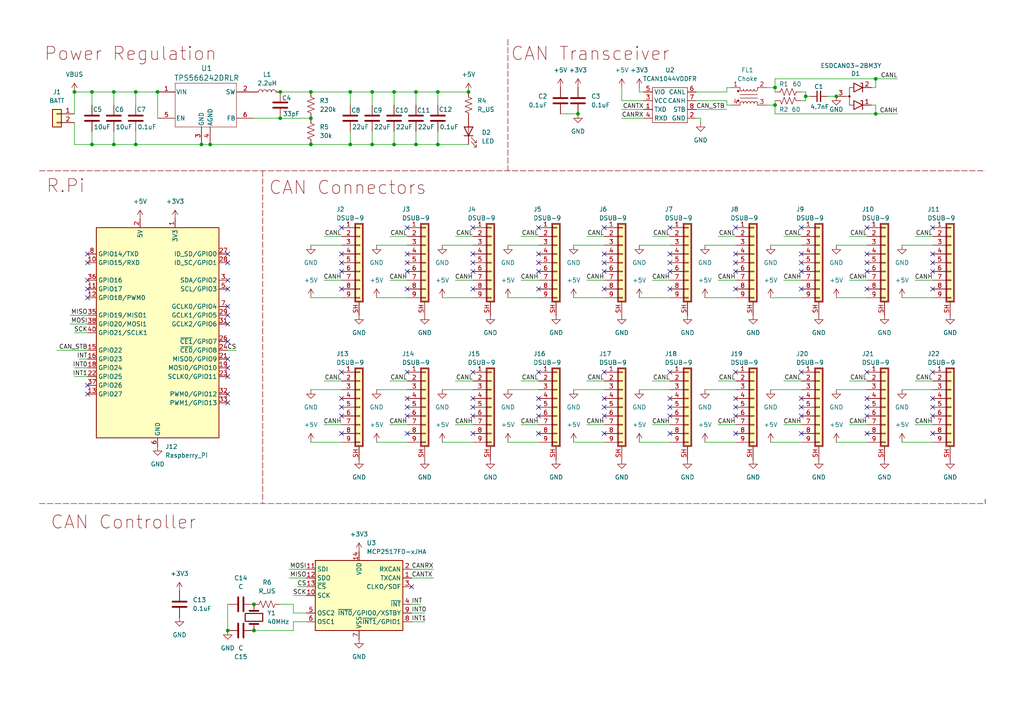
<source format=kicad_sch>
(kicad_sch (version 20231120) (generator "eeschema") (generator_version "8.0")
  (paper "A4")
  (title_block (title "CAN Backplane") (rev "v1") (company "Slugbotics") (comment 1 "::<>"))
  (junction (at 81.28 26.67))
  (junction (at 26.67 26.67))
  (junction (at 39.37 26.67))
  (junction (at 224.79 30.48))
  (junction (at 242.57 27.94))
  (junction (at 26.67 41.91))
  (junction (at 81.28 34.29))
  (junction (at 90.17 26.67))
  (junction (at 60.96 41.91))
  (junction (at 233.68 27.94))
  (junction (at 101.6 26.67))
  (junction (at 107.95 41.91))
  (junction (at 58.42 41.91))
  (junction (at 120.65 41.91))
  (junction (at 254 22.86))
  (junction (at 45.72 26.67))
  (junction (at 114.3 41.91))
  (junction (at 127 26.67))
  (junction (at 114.3 26.67))
  (junction (at 39.37 41.91))
  (junction (at 73.66 175.26))
  (junction (at 90.17 34.29))
  (junction (at 66.04 182.88))
  (junction (at 33.02 41.91))
  (junction (at 135.89 26.67))
  (junction (at 101.6 41.91))
  (junction (at 167.64 33.02))
  (junction (at 107.95 26.67))
  (junction (at 73.66 182.88))
  (junction (at 127 41.91))
  (junction (at 90.17 41.91))
  (junction (at 120.65 26.67))
  (junction (at 254 33.02))
  (junction (at 33.02 26.67))
  (junction (at 21.59 26.67))
  (junction (at 224.79 25.4))
  (no_connect (at 137.16 125.73))
  (no_connect (at 99.06 120.65))
  (no_connect (at 66.04 76.2))
  (no_connect (at 194.31 115.57))
  (no_connect (at 270.51 76.2))
  (no_connect (at 194.31 73.66))
  (no_connect (at 25.4 111.76))
  (no_connect (at 213.36 78.74))
  (no_connect (at 156.21 118.11))
  (no_connect (at 137.16 66.04))
  (no_connect (at 66.04 93.98))
  (no_connect (at 194.31 120.65))
  (no_connect (at 25.4 114.3))
  (no_connect (at 66.04 106.68))
  (no_connect (at 270.51 78.74))
  (no_connect (at 137.16 118.11))
  (no_connect (at 99.06 66.04))
  (no_connect (at 251.46 118.11))
  (no_connect (at 232.41 125.73))
  (no_connect (at 118.11 83.82))
  (no_connect (at 156.21 120.65))
  (no_connect (at 156.21 76.2))
  (no_connect (at 118.11 118.11))
  (no_connect (at 251.46 115.57))
  (no_connect (at 66.04 81.28))
  (no_connect (at 175.26 78.74))
  (no_connect (at 156.21 107.95))
  (no_connect (at 99.06 76.2))
  (no_connect (at 232.41 78.74))
  (no_connect (at 175.26 115.57))
  (no_connect (at 251.46 83.82))
  (no_connect (at 66.04 88.9))
  (no_connect (at 175.26 107.95))
  (no_connect (at 213.36 125.73))
  (no_connect (at 213.36 118.11))
  (no_connect (at 213.36 107.95))
  (no_connect (at 66.04 109.22))
  (no_connect (at 232.41 120.65))
  (no_connect (at 99.06 115.57))
  (no_connect (at 66.04 114.3))
  (no_connect (at 251.46 107.95))
  (no_connect (at 194.31 66.04))
  (no_connect (at 25.4 76.2))
  (no_connect (at 137.16 83.82))
  (no_connect (at 25.4 73.66))
  (no_connect (at 232.41 115.57))
  (no_connect (at 232.41 76.2))
  (no_connect (at 232.41 118.11))
  (no_connect (at 156.21 115.57))
  (no_connect (at 251.46 66.04))
  (no_connect (at 175.26 125.73))
  (no_connect (at 194.31 76.2))
  (no_connect (at 66.04 99.06))
  (no_connect (at 175.26 66.04))
  (no_connect (at 99.06 78.74))
  (no_connect (at 270.51 107.95))
  (no_connect (at 25.4 81.28))
  (no_connect (at 232.41 73.66))
  (no_connect (at 156.21 73.66))
  (no_connect (at 118.11 66.04))
  (no_connect (at 25.4 83.82))
  (no_connect (at 156.21 125.73))
  (no_connect (at 118.11 76.2))
  (no_connect (at 175.26 73.66))
  (no_connect (at 270.51 83.82))
  (no_connect (at 194.31 107.95))
  (no_connect (at 137.16 120.65))
  (no_connect (at 156.21 78.74))
  (no_connect (at 118.11 78.74))
  (no_connect (at 25.4 86.36))
  (no_connect (at 66.04 116.84))
  (no_connect (at 251.46 78.74))
  (no_connect (at 251.46 120.65))
  (no_connect (at 213.36 66.04))
  (no_connect (at 194.31 118.11))
  (no_connect (at 118.11 107.95))
  (no_connect (at 270.51 66.04))
  (no_connect (at 119.38 170.18))
  (no_connect (at 137.16 73.66))
  (no_connect (at 66.04 91.44))
  (no_connect (at 137.16 115.57))
  (no_connect (at 175.26 118.11))
  (no_connect (at 251.46 76.2))
  (no_connect (at 99.06 118.11))
  (no_connect (at 270.51 120.65))
  (no_connect (at 232.41 107.95))
  (no_connect (at 213.36 76.2))
  (no_connect (at 194.31 125.73))
  (no_connect (at 99.06 83.82))
  (no_connect (at 270.51 118.11))
  (no_connect (at 213.36 73.66))
  (no_connect (at 66.04 104.14))
  (no_connect (at 251.46 73.66))
  (no_connect (at 156.21 66.04))
  (no_connect (at 137.16 107.95))
  (no_connect (at 213.36 120.65))
  (no_connect (at 156.21 83.82))
  (no_connect (at 99.06 125.73))
  (no_connect (at 175.26 76.2))
  (no_connect (at 175.26 120.65))
  (no_connect (at 66.04 73.66))
  (no_connect (at 118.11 125.73))
  (no_connect (at 213.36 115.57))
  (no_connect (at 194.31 78.74))
  (no_connect (at 213.36 83.82))
  (no_connect (at 137.16 78.74))
  (no_connect (at 137.16 76.2))
  (no_connect (at 251.46 125.73))
  (no_connect (at 194.31 83.82))
  (no_connect (at 270.51 115.57))
  (no_connect (at 175.26 83.82))
  (no_connect (at 118.11 120.65))
  (no_connect (at 99.06 73.66))
  (no_connect (at 118.11 115.57))
  (no_connect (at 118.11 73.66))
  (no_connect (at 99.06 107.95))
  (no_connect (at 270.51 125.73))
  (no_connect (at 66.04 83.82))
  (no_connect (at 270.51 73.66))
  (no_connect (at 232.41 83.82))
  (no_connect (at 232.41 66.04))
  (wire (pts (xy 208.28 123.19) (xy 213.36 123.19)))
  (wire (pts (xy 246.38 123.19) (xy 251.46 123.19)))
  (wire (pts (xy 132.08 123.19) (xy 137.16 123.19)))
  (wire (pts (xy 242.57 86.36) (xy 251.46 86.36)))
  (wire (pts (xy 39.37 30.48) (xy 39.37 26.67)))
  (polyline (pts (xy 11.43 146.05) (xy 285.75 146.05)) (stroke (width 0) (type dash) (color 132 0 0 1)))
  (wire (pts (xy 81.28 34.29) (xy 90.17 34.29)))
  (wire (pts (xy 114.3 26.67) (xy 114.3 30.48)))
  (wire (pts (xy 107.95 26.67) (xy 107.95 30.48)))
  (wire (pts (xy 265.43 110.49) (xy 270.51 110.49)))
  (wire (pts (xy 119.38 165.1) (xy 125.73 165.1)))
  (wire (pts (xy 147.32 71.12) (xy 156.21 71.12)))
  (wire (pts (xy 189.23 110.49) (xy 194.31 110.49)))
  (wire (pts (xy 21.59 41.91) (xy 26.67 41.91)))
  (wire (pts (xy 265.43 123.19) (xy 270.51 123.19)))
  (wire (pts (xy 101.6 41.91) (xy 107.95 41.91)))
  (wire (pts (xy 201.93 26.67) (xy 210.82 26.67)))
  (wire (pts (xy 45.72 26.67) (xy 45.72 34.29)))
  (wire (pts (xy 254 33.02) (xy 260.35 33.02)))
  (wire (pts (xy 21.59 35.56) (xy 21.59 41.91)))
  (wire (pts (xy 223.52 71.12) (xy 232.41 71.12)))
  (wire (pts (xy 208.28 110.49) (xy 213.36 110.49)))
  (wire (pts (xy 109.22 113.03) (xy 118.11 113.03)))
  (wire (pts (xy 58.42 41.91) (xy 60.96 41.91)))
  (wire (pts (xy 127 41.91) (xy 127 38.1)))
  (wire (pts (xy 223.52 113.03) (xy 232.41 113.03)))
  (wire (pts (xy 119.38 177.8) (xy 123.19 177.8)))
  (wire (pts (xy 170.18 110.49) (xy 175.26 110.49)))
  (wire (pts (xy 93.98 68.58) (xy 99.06 68.58)))
  (wire (pts (xy 26.67 41.91) (xy 33.02 41.91)))
  (wire (pts (xy 233.68 27.94) (xy 234.95 27.94)))
  (wire (pts (xy 252.73 30.48) (xy 254 30.48)))
  (wire (pts (xy 132.08 81.28) (xy 137.16 81.28)))
  (wire (pts (xy 254 25.4) (xy 254 22.86)))
  (wire (pts (xy 120.65 26.67) (xy 120.65 30.48)))
  (wire (pts (xy 85.09 180.34) (xy 88.9 180.34)))
  (wire (pts (xy 208.28 81.28) (xy 213.36 81.28)))
  (wire (pts (xy 33.02 26.67) (xy 39.37 26.67)))
  (wire (pts (xy 90.17 113.03) (xy 99.06 113.03)))
  (wire (pts (xy 224.79 22.86) (xy 254 22.86)))
  (wire (pts (xy 151.13 110.49) (xy 156.21 110.49)))
  (wire (pts (xy 224.79 33.02) (xy 254 33.02)))
  (wire (pts (xy 252.73 25.4) (xy 254 25.4)))
  (wire (pts (xy 127 41.91) (xy 135.89 41.91)))
  (wire (pts (xy 201.93 31.75) (xy 210.82 31.75)))
  (wire (pts (xy 242.57 113.03) (xy 251.46 113.03)))
  (wire (pts (xy 246.38 110.49) (xy 251.46 110.49)))
  (wire (pts (xy 93.98 81.28) (xy 99.06 81.28)))
  (wire (pts (xy 189.23 68.58) (xy 194.31 68.58)))
  (wire (pts (xy 222.25 30.48) (xy 224.79 30.48)))
  (wire (pts (xy 16.51 101.6) (xy 25.4 101.6)))
  (wire (pts (xy 189.23 81.28) (xy 194.31 81.28)))
  (wire (pts (xy 107.95 26.67) (xy 114.3 26.67)))
  (wire (pts (xy 240.03 27.94) (xy 242.57 27.94)))
  (wire (pts (xy 114.3 38.1) (xy 114.3 41.91)))
  (wire (pts (xy 147.32 86.36) (xy 156.21 86.36)))
  (wire (pts (xy 26.67 26.67) (xy 33.02 26.67)))
  (wire (pts (xy 222.25 25.4) (xy 224.79 25.4)))
  (wire (pts (xy 224.79 30.48) (xy 224.79 33.02)))
  (wire (pts (xy 261.62 71.12) (xy 270.51 71.12)))
  (wire (pts (xy 73.66 34.29) (xy 81.28 34.29)))
  (wire (pts (xy 232.41 29.21) (xy 233.68 29.21)))
  (wire (pts (xy 224.79 25.4) (xy 224.79 26.67)))
  (wire (pts (xy 39.37 26.67) (xy 45.72 26.67)))
  (wire (pts (xy 128.27 128.27) (xy 137.16 128.27)))
  (wire (pts (xy 227.33 68.58) (xy 232.41 68.58)))
  (wire (pts (xy 151.13 68.58) (xy 156.21 68.58)))
  (wire (pts (xy 85.09 172.72) (xy 88.9 172.72)))
  (wire (pts (xy 93.98 110.49) (xy 99.06 110.49)))
  (wire (pts (xy 223.52 128.27) (xy 232.41 128.27)))
  (wire (pts (xy 224.79 25.4) (xy 224.79 22.86)))
  (wire (pts (xy 242.57 71.12) (xy 251.46 71.12)))
  (wire (pts (xy 101.6 26.67) (xy 107.95 26.67)))
  (wire (pts (xy 113.03 81.28) (xy 118.11 81.28)))
  (wire (pts (xy 170.18 123.19) (xy 175.26 123.19)))
  (wire (pts (xy 90.17 128.27) (xy 99.06 128.27)))
  (wire (pts (xy 232.41 26.67) (xy 233.68 26.67)))
  (wire (pts (xy 203.2 34.29) (xy 201.93 34.29)))
  (wire (pts (xy 60.96 41.91) (xy 90.17 41.91)))
  (wire (pts (xy 210.82 25.4) (xy 212.09 25.4)))
  (wire (pts (xy 180.34 29.21) (xy 180.34 25.4)))
  (wire (pts (xy 85.09 182.88) (xy 85.09 180.34)))
  (wire (pts (xy 107.95 38.1) (xy 107.95 41.91)))
  (wire (pts (xy 166.37 71.12) (xy 175.26 71.12)))
  (wire (pts (xy 101.6 26.67) (xy 90.17 26.67)))
  (wire (pts (xy 86.36 170.18) (xy 88.9 170.18)))
  (wire (pts (xy 109.22 71.12) (xy 118.11 71.12)))
  (wire (pts (xy 90.17 71.12) (xy 99.06 71.12)))
  (wire (pts (xy 151.13 81.28) (xy 156.21 81.28)))
  (wire (pts (xy 233.68 29.21) (xy 233.68 27.94)))
  (polyline (pts (xy 11.43 49.53) (xy 285.75 49.53)) (stroke (width 0) (type dash) (color 132 0 0 1)))
  (wire (pts (xy 204.47 71.12) (xy 213.36 71.12)))
  (wire (pts (xy 33.02 41.91) (xy 33.02 38.1)))
  (wire (pts (xy 107.95 41.91) (xy 114.3 41.91)))
  (wire (pts (xy 210.82 29.21) (xy 210.82 30.48)))
  (wire (pts (xy 81.28 175.26) (xy 85.09 175.26)))
  (wire (pts (xy 119.38 167.64) (xy 125.73 167.64)))
  (wire (pts (xy 203.2 35.56) (xy 203.2 34.29)))
  (wire (pts (xy 204.47 128.27) (xy 213.36 128.27)))
  (wire (pts (xy 109.22 128.27) (xy 118.11 128.27)))
  (wire (pts (xy 113.03 110.49) (xy 118.11 110.49)))
  (wire (pts (xy 166.37 128.27) (xy 175.26 128.27)))
  (wire (pts (xy 210.82 30.48) (xy 212.09 30.48)))
  (wire (pts (xy 113.03 123.19) (xy 118.11 123.19)))
  (wire (pts (xy 185.42 25.4) (xy 185.42 26.67)))
  (wire (pts (xy 227.33 81.28) (xy 232.41 81.28)))
  (wire (pts (xy 224.79 30.48) (xy 224.79 29.21)))
  (wire (pts (xy 170.18 68.58) (xy 175.26 68.58)))
  (wire (pts (xy 26.67 41.91) (xy 26.67 38.1)))
  (wire (pts (xy 127 30.48) (xy 127 26.67)))
  (wire (pts (xy 85.09 177.8) (xy 88.9 177.8)))
  (wire (pts (xy 227.33 123.19) (xy 232.41 123.19)))
  (wire (pts (xy 185.42 86.36) (xy 194.31 86.36)))
  (wire (pts (xy 119.38 175.26) (xy 121.92 175.26)))
  (wire (pts (xy 185.42 113.03) (xy 194.31 113.03)))
  (wire (pts (xy 170.18 81.28) (xy 175.26 81.28)))
  (wire (pts (xy 90.17 86.36) (xy 99.06 86.36)))
  (wire (pts (xy 185.42 71.12) (xy 194.31 71.12)))
  (wire (pts (xy 254 30.48) (xy 254 33.02)))
  (wire (pts (xy 180.34 31.75) (xy 186.69 31.75)))
  (wire (pts (xy 127 26.67) (xy 135.89 26.67)))
  (wire (pts (xy 21.59 26.67) (xy 21.59 33.02)))
  (wire (pts (xy 21.59 26.67) (xy 26.67 26.67)))
  (wire (pts (xy 265.43 68.58) (xy 270.51 68.58)))
  (wire (pts (xy 39.37 38.1) (xy 39.37 41.91)))
  (wire (pts (xy 254 22.86) (xy 260.35 22.86)))
  (wire (pts (xy 101.6 26.67) (xy 101.6 30.48)))
  (polyline (pts (xy 147.32 11.43) (xy 147.32 49.53)) (stroke (width 0) (type dash) (color 132 0 0 1)))
  (wire (pts (xy 132.08 68.58) (xy 137.16 68.58)))
  (wire (pts (xy 185.42 26.67) (xy 186.69 26.67)))
  (wire (pts (xy 128.27 113.03) (xy 137.16 113.03)))
  (wire (pts (xy 201.93 29.21) (xy 210.82 29.21)))
  (wire (pts (xy 210.82 26.67) (xy 210.82 25.4)))
  (wire (pts (xy 162.56 33.02) (xy 167.64 33.02)))
  (wire (pts (xy 66.04 175.26) (xy 66.04 182.88)))
  (wire (pts (xy 132.08 110.49) (xy 137.16 110.49)))
  (wire (pts (xy 128.27 71.12) (xy 137.16 71.12)))
  (wire (pts (xy 265.43 81.28) (xy 270.51 81.28)))
  (wire (pts (xy 261.62 128.27) (xy 270.51 128.27)))
  (wire (pts (xy 242.57 128.27) (xy 251.46 128.27)))
  (wire (pts (xy 208.28 68.58) (xy 213.36 68.58)))
  (wire (pts (xy 186.69 29.21) (xy 180.34 29.21)))
  (wire (pts (xy 227.33 110.49) (xy 232.41 110.49)))
  (wire (pts (xy 25.4 106.68) (xy 21.59 106.68)))
  (wire (pts (xy 246.38 81.28) (xy 251.46 81.28)))
  (wire (pts (xy 39.37 41.91) (xy 58.42 41.91)))
  (wire (pts (xy 81.28 26.67) (xy 90.17 26.67)))
  (wire (pts (xy 166.37 113.03) (xy 175.26 113.03)))
  (wire (pts (xy 20.32 93.98) (xy 25.4 93.98)))
  (wire (pts (xy 166.37 86.36) (xy 175.26 86.36)))
  (wire (pts (xy 114.3 41.91) (xy 120.65 41.91)))
  (wire (pts (xy 66.04 101.6) (xy 68.58 101.6)))
  (wire (pts (xy 128.27 86.36) (xy 137.16 86.36)))
  (wire (pts (xy 147.32 113.03) (xy 156.21 113.03)))
  (wire (pts (xy 180.34 34.29) (xy 186.69 34.29)))
  (wire (pts (xy 261.62 86.36) (xy 270.51 86.36)))
  (wire (pts (xy 114.3 26.67) (xy 120.65 26.67)))
  (wire (pts (xy 185.42 128.27) (xy 194.31 128.27)))
  (polyline (pts (xy 76.2 49.53) (xy 76.2 146.05)) (stroke (width 0) (type dash) (color 132 0 0 1)))
  (wire (pts (xy 223.52 86.36) (xy 232.41 86.36)))
  (wire (pts (xy 101.6 38.1) (xy 101.6 41.91)))
  (wire (pts (xy 113.03 68.58) (xy 118.11 68.58)))
  (wire (pts (xy 25.4 109.22) (xy 21.59 109.22)))
  (wire (pts (xy 120.65 41.91) (xy 127 41.91)))
  (wire (pts (xy 119.38 180.34) (xy 123.19 180.34)))
  (wire (pts (xy 189.23 123.19) (xy 194.31 123.19)))
  (wire (pts (xy 85.09 177.8) (xy 85.09 175.26)))
  (polyline (pts (xy 285.75 144.78) (xy 285.75 146.05)))
  (wire (pts (xy 204.47 113.03) (xy 213.36 113.03)))
  (wire (pts (xy 83.82 167.64) (xy 88.9 167.64)))
  (wire (pts (xy 204.47 86.36) (xy 213.36 86.36)))
  (wire (pts (xy 33.02 30.48) (xy 33.02 26.67)))
  (wire (pts (xy 246.38 68.58) (xy 251.46 68.58)))
  (wire (pts (xy 73.66 182.88) (xy 85.09 182.88)))
  (wire (pts (xy 39.37 41.91) (xy 33.02 41.91)))
  (wire (pts (xy 120.65 26.67) (xy 127 26.67)))
  (wire (pts (xy 147.32 128.27) (xy 156.21 128.27)))
  (wire (pts (xy 93.98 123.19) (xy 99.06 123.19)))
  (wire (pts (xy 151.13 123.19) (xy 156.21 123.19)))
  (wire (pts (xy 120.65 38.1) (xy 120.65 41.91)))
  (wire (pts (xy 25.4 104.14) (xy 22.86 104.14)))
  (wire (pts (xy 83.82 165.1) (xy 88.9 165.1)))
  (wire (pts (xy 21.59 96.52) (xy 25.4 96.52)))
  (wire (pts (xy 261.62 113.03) (xy 270.51 113.03)))
  (wire (pts (xy 109.22 86.36) (xy 118.11 86.36)))
  (wire (pts (xy 233.68 26.67) (xy 233.68 27.94)))
  (wire (pts (xy 26.67 30.48) (xy 26.67 26.67)))
  (wire (pts (xy 20.32 91.44) (xy 25.4 91.44)))
  (wire (pts (xy 101.6 41.91) (xy 90.17 41.91)))
  (text "Power Regulation" (at 37.846 15.748 0) (effects (font (size 3.81 3.81))))
  (text "R.Pi" (at 19.05 54.102 0) (effects (font (size 3.81 3.81))))
  (text "CAN Controller" (at 35.814 151.638 0) (effects (font (size 3.81 3.81))))
  (text "CAN Transceiver" (at 171.196 15.748 0) (effects (font (size 3.81 3.81))))
  (text "CAN Connectors" (at 100.838 54.61 0) (effects (font (size 3.81 3.81))))
  (label "CAN_STB" (at 201.93 31.75 0))
  (label "INT" (at 119.38 175.26 0))
  (label "INT0" (at 25.4 106.68 180))
  (label "CANRX" (at 119.38 165.1 0))
  (label "CANH" (at 251.46 123.19 180))
  (label "CANL" (at 137.16 110.49 180))
  (label "INT0" (at 119.38 177.8 0))
  (label "CANH" (at 118.11 123.19 180))
  (label "CANL" (at 99.06 68.58 180))
  (label "INT1" (at 25.4 109.22 180))
  (label "CANL" (at 156.21 68.58 180))
  (label "CANH" (at 213.36 81.28 180))
  (label "CANH" (at 156.21 123.19 180))
  (label "CANL" (at 175.26 68.58 180))
  (label "CANH" (at 118.11 81.28 180))
  (label "CS" (at 88.9 170.18 180))
  (label "CANL" (at 251.46 68.58 180))
  (label "MISO" (at 88.9 167.64 180))
  (label "CANH" (at 251.46 81.28 180))
  (label "CAN_STB" (at 25.4 101.6 180))
  (label "CANH" (at 260.35 33.02 180))
  (label "CANH" (at 137.16 81.28 180))
  (label "MOSI" (at 25.4 93.98 180))
  (label "CANRX" (at 186.69 34.29 180))
  (label "CANL" (at 232.41 68.58 180))
  (label "CANL" (at 156.21 110.49 180))
  (label "CANH" (at 213.36 123.19 180))
  (label "CS" (at 68.58 101.6 180))
  (label "INT" (at 25.4 104.14 180))
  (label "CANH" (at 175.26 123.19 180))
  (label "CANL" (at 270.51 68.58 180))
  (label "SCK" (at 25.4 96.52 180))
  (label "CANL" (at 137.16 68.58 180))
  (label "CANL" (at 194.31 110.49 180))
  (label "CANL" (at 213.36 68.58 180))
  (label "CANL" (at 213.36 110.49 180))
  (label "CANL" (at 99.06 110.49 180))
  (label "CANL" (at 194.31 68.58 180))
  (label "CANL" (at 270.51 110.49 180))
  (label "CANH" (at 232.41 81.28 180))
  (label "CANH" (at 99.06 81.28 180))
  (label "CANH" (at 99.06 123.19 180))
  (label "CANL" (at 260.35 22.86 180))
  (label "CANH" (at 270.51 123.19 180))
  (label "INT1" (at 119.38 180.34 0))
  (label "CANTX" (at 119.38 167.64 0))
  (label "CANH" (at 270.51 81.28 180))
  (label "CANH" (at 156.21 81.28 180))
  (label "MISO" (at 25.4 91.44 180))
  (label "MOSI" (at 88.9 165.1 180))
  (label "CANL" (at 232.41 110.49 180))
  (label "CANL" (at 118.11 110.49 180))
  (label "CANH" (at 194.31 123.19 180))
  (label "SCK" (at 88.9 172.72 180))
  (label "CANTX" (at 186.69 31.75 180))
  (label "CANL" (at 251.46 110.49 180))
  (label "CANL" (at 175.26 110.49 180))
  (label "CANH" (at 137.16 123.19 180))
  (label "CANH" (at 232.41 123.19 180))
  (label "CANL" (at 118.11 68.58 180))
  (label "CANH" (at 175.26 81.28 180))
  (label "CANH" (at 194.31 81.28 180))
  (symbol (lib_id "Device:C_Small") (at 237.49 27.94 90) (unit 1)
    (property "Reference" "C1" (at 237.49 25.146 90))
    (property "Value" "4.7nF" (at 237.744 30.988 90))
    (property "Footprint" "Capacitor_SMD:C_0603_1608Metric" (effects (hide yes)))
    (property "Description" "Unpolarized capacitor, small symbol" (effects (hide yes)))
  )
  (symbol (lib_id "Device:C") (at 127 34.29 0) (unit 1)
    (property "Reference" "C12" (at 127.254 31.75 0) (effects (justify left)))
    (property "Value" "0.1uF" (at 127.508 36.83 0) (effects (justify left)))
    (property "Description" "Unpolarized capacitor" (effects (hide yes)))
  )
  (symbol (lib_id "Connector_Generic_Shielded:Conn_01x09_Shielded") (at 199.39 76.2 0) (unit 1)
    (property "Reference" "J7" (at 192.786 60.706 0) (effects (justify left)))
    (property "Value" "DSUB-9" (at 192.786 63.246 0) (effects (justify left)))
    (property "Description" "Generic shielded connector, single row, 01x09, script generated (kicad-library-utils/schlib/autogen/connector/)" (effects (hide yes)))
  )
  (symbol (lib_id "power:GND") (at 256.54 91.44 0) (unit 1)
    (property "Reference" "#PWR040" (effects (hide yes)))
    (property "Value" "GND" (at 256.54 96.52 0))
    (property "Description" "Power symbol creates a global label with name \"GND\" , ground" (effects (hide yes)))
  )
  (symbol (lib_id "power:GND") (at 242.57 113.03 0) (unit 1)
    (property "Reference" "#PWR050" (effects (hide yes)))
    (property "Value" "GND" (at 242.57 118.11 0))
    (property "Description" "Power symbol creates a global label with name \"GND\" , ground" (effects (hide yes)))
  )
  (symbol (lib_id "power:+3V3") (at 185.42 128.27 0) (unit 1)
    (property "Reference" "#PWR057" (effects (hide yes)))
    (property "Value" "+5V" (at 185.42 123.19 0))
    (property "Description" "Power symbol creates a global label with name \"+3V3\"" (effects (hide yes)))
  )
  (symbol (lib_id "power:GND") (at 218.44 133.35 0) (unit 1)
    (property "Reference" "#PWR069" (effects (hide yes)))
    (property "Value" "GND" (at 218.44 138.43 0))
    (property "Description" "Power symbol creates a global label with name \"GND\" , ground" (effects (hide yes)))
  )
  (symbol (lib_id "Connector_Generic_Shielded:Conn_01x09_Shielded") (at 199.39 118.11 0) (unit 1)
    (property "Reference" "J18" (at 192.786 102.616 0) (effects (justify left)))
    (property "Value" "DSUB-9" (at 192.786 105.156 0) (effects (justify left)))
    (property "Description" "Generic shielded connector, single row, 01x09, script generated (kicad-library-utils/schlib/autogen/connector/)" (effects (hide yes)))
  )
  (symbol (lib_id "Device:LED") (at 135.89 38.1 90) (unit 1)
    (property "Reference" "D2" (at 139.7 38.4174 90) (effects (justify right)))
    (property "Value" "LED" (at 139.7 40.9574 90) (effects (justify right)))
    (property "Description" "Light emitting diode" (effects (hide yes)))
  )
  (symbol (lib_id "Device:C") (at 162.56 29.21 0) (mirror y) (unit 1)
    (property "Reference" "C2" (at 158.75 27.9399 0) (effects (justify left)))
    (property "Value" "0.1uF" (at 158.75 30.4799 0) (effects (justify left)))
    (property "Footprint" "Capacitor_SMD:C_0603_1608Metric" (effects (hide yes)))
    (property "Description" "Unpolarized capacitor" (effects (hide yes)))
  )
  (symbol (lib_id "Device:C") (at 69.85 175.26 90) (unit 1)
    (property "Reference" "C14" (at 69.85 167.64 90))
    (property "Value" "C" (at 69.85 170.18 90))
    (property "Description" "Unpolarized capacitor" (effects (hide yes)))
  )
  (symbol (lib_id "power:+3V3") (at 261.62 128.27 0) (unit 1)
    (property "Reference" "#PWR061" (effects (hide yes)))
    (property "Value" "+5V" (at 261.62 123.19 0))
    (property "Description" "Power symbol creates a global label with name \"+3V3\"" (effects (hide yes)))
  )
  (symbol (lib_id "power:GND") (at 261.62 113.03 0) (unit 1)
    (property "Reference" "#PWR051" (effects (hide yes)))
    (property "Value" "GND" (at 261.62 118.11 0))
    (property "Description" "Power symbol creates a global label with name \"GND\" , ground" (effects (hide yes)))
  )
  (symbol (lib_id "power:GND") (at 52.07 179.07 0) (unit 1)
    (property "Reference" "#PWR075" (effects (hide yes)))
    (property "Value" "GND" (at 52.07 184.15 0))
    (property "Description" "Power symbol creates a global label with name \"GND\" , ground" (effects (hide yes)))
  )
  (symbol (lib_id "power:GND") (at 218.44 91.44 0) (unit 1)
    (property "Reference" "#PWR038" (effects (hide yes)))
    (property "Value" "GND" (at 218.44 96.52 0))
    (property "Description" "Power symbol creates a global label with name \"GND\" , ground" (effects (hide yes)))
  )
  (symbol (lib_id "Device:C") (at 81.28 30.48 0) (unit 1)
    (property "Reference" "C4" (at 81.788 28.448 0) (effects (justify left)))
    (property "Value" "33pF" (at 82.042 33.02 0) (effects (justify left)))
    (property "Description" "Unpolarized capacitor" (effects (hide yes)))
  )
  (symbol (lib_id "Connector_Generic_Shielded:Conn_01x09_Shielded") (at 237.49 76.2 0) (unit 1)
    (property "Reference" "J9" (at 230.886 60.706 0) (effects (justify left)))
    (property "Value" "DSUB-9" (at 230.886 63.246 0) (effects (justify left)))
    (property "Description" "Generic shielded connector, single row, 01x09, script generated (kicad-library-utils/schlib/autogen/connector/)" (effects (hide yes)))
  )
  (symbol (lib_id "Filter:Choke_Coilcraft_0603USB-142") (at 217.17 27.94 0) (unit 1)
    (property "Reference" "FL1" (at 216.789 20.32 0))
    (property "Value" "Choke" (at 216.789 22.86 0))
    (property "Footprint" "Inductor_SMD:L_CommonModeChoke_Coilcraft_0603USB" (effects (hide yes)))
    (property "Datasheet" "https://www.coilcraft.com/pdfs/0603usb.pdf" (effects (hide yes)))
    (property "Description" "Common mode choke, 500mA, 250VAC, 98nH, 174mohm, 1.9Ghz," (effects (hide yes)))
  )
  (symbol (lib_id "Connector_Generic_Shielded:Conn_01x09_Shielded") (at 256.54 118.11 0) (unit 1)
    (property "Reference" "J21" (at 249.936 102.616 0) (effects (justify left)))
    (property "Value" "DSUB-9" (at 249.936 105.156 0) (effects (justify left)))
    (property "Description" "Generic shielded connector, single row, 01x09, script generated (kicad-library-utils/schlib/autogen/connector/)" (effects (hide yes)))
  )
  (symbol (lib_id "power:GND") (at 261.62 71.12 0) (unit 1)
    (property "Reference" "#PWR021" (effects (hide yes)))
    (property "Value" "GND" (at 261.62 76.2 0))
    (property "Description" "Power symbol creates a global label with name \"GND\" , ground" (effects (hide yes)))
  )
  (symbol (lib_id "power:GND") (at 147.32 71.12 0) (unit 1)
    (property "Reference" "#PWR015" (effects (hide yes)))
    (property "Value" "GND" (at 147.32 76.2 0))
    (property "Description" "Power symbol creates a global label with name \"GND\" , ground" (effects (hide yes)))
  )
  (symbol (lib_id "power:GND") (at 275.59 91.44 0) (unit 1)
    (property "Reference" "#PWR041" (effects (hide yes)))
    (property "Value" "GND" (at 275.59 96.52 0))
    (property "Description" "Power symbol creates a global label with name \"GND\" , ground" (effects (hide yes)))
  )
  (symbol (lib_id "Connector_Generic_Shielded:Conn_01x09_Shielded") (at 142.24 76.2 0) (unit 1)
    (property "Reference" "J4" (at 135.636 60.706 0) (effects (justify left)))
    (property "Value" "DSUB-9" (at 135.636 63.246 0) (effects (justify left)))
    (property "Description" "Generic shielded connector, single row, 01x09, script generated (kicad-library-utils/schlib/autogen/connector/)" (effects (hide yes)))
  )
  (symbol (lib_id "power:GND") (at 237.49 133.35 0) (unit 1)
    (property "Reference" "#PWR070" (effects (hide yes)))
    (property "Value" "GND" (at 237.49 138.43 0))
    (property "Description" "Power symbol creates a global label with name \"GND\" , ground" (effects (hide yes)))
  )
  (symbol (lib_id "power:+3V3") (at 135.89 26.67 0) (unit 1)
    (property "Reference" "#PWR06" (effects (hide yes)))
    (property "Value" "+5V" (at 135.89 21.59 0))
    (property "Description" "Power symbol creates a global label with name \"+3V3\"" (effects (hide yes)))
  )
  (symbol (lib_id "Connector_Generic_Shielded:Conn_01x09_Shielded") (at 142.24 118.11 0) (unit 1)
    (property "Reference" "J15" (at 135.636 102.616 0) (effects (justify left)))
    (property "Value" "DSUB-9" (at 135.636 105.156 0) (effects (justify left)))
    (property "Description" "Generic shielded connector, single row, 01x09, script generated (kicad-library-utils/schlib/autogen/connector/)" (effects (hide yes)))
  )
  (symbol (lib_id "power:GND") (at 90.17 71.12 0) (unit 1)
    (property "Reference" "#PWR012" (effects (hide yes)))
    (property "Value" "GND" (at 90.17 76.2 0))
    (property "Description" "Power symbol creates a global label with name \"GND\" , ground" (effects (hide yes)))
  )
  (symbol (lib_id "Device:L") (at 77.47 26.67 90) (unit 1)
    (property "Reference" "L1" (at 77.47 21.59 90))
    (property "Value" "2.2uH" (at 77.47 24.13 90))
    (property "Description" "Inductor" (effects (hide yes)))
  )
  (symbol (lib_id "Connector_Generic_Shielded:Conn_01x09_Shielded") (at 218.44 118.11 0) (unit 1)
    (property "Reference" "J19" (at 211.836 102.616 0) (effects (justify left)))
    (property "Value" "DSUB-9" (at 211.836 105.156 0) (effects (justify left)))
    (property "Description" "Generic shielded connector, single row, 01x09, script generated (kicad-library-utils/schlib/autogen/connector/)" (effects (hide yes)))
  )
  (symbol (lib_id "Connector_Generic_Shielded:Conn_01x09_Shielded") (at 275.59 118.11 0) (unit 1)
    (property "Reference" "J22" (at 268.986 102.616 0) (effects (justify left)))
    (property "Value" "DSUB-9" (at 268.986 105.156 0) (effects (justify left)))
    (property "Description" "Generic shielded connector, single row, 01x09, script generated (kicad-library-utils/schlib/autogen/connector/)" (effects (hide yes)))
  )
  (symbol (lib_id "Interface_CAN_LIN:MCP2517FD-xJHA") (at 104.14 172.72 0) (unit 1)
    (property "Reference" "U3" (at 106.3341 157.48 0) (effects (justify left)))
    (property "Value" "MCP2517FD-xJHA" (at 106.3341 160.02 0) (effects (justify left)))
    (property "Footprint" "Package_DFN_QFN:DFN-14-1EP_3x4.5mm_P0.65mm_EP1.65x4.25mm" (effects (hide yes)))
    (property "Datasheet" "https://ww1.microchip.com/downloads/en/DeviceDoc/MCP2517FD-External-CAN-FD-Controller-with-SPI-Interface-20005688B.pdf" (effects (hide yes)))
    (property "Description" "External CAN FD Controller with SPI Interface, VDFN-14" (effects (hide yes)))
  )
  (symbol (lib_id "Connector_Generic_Shielded:Conn_01x09_Shielded") (at 237.49 118.11 0) (unit 1)
    (property "Reference" "J20" (at 230.886 102.616 0) (effects (justify left)))
    (property "Value" "DSUB-9" (at 230.886 105.156 0) (effects (justify left)))
    (property "Description" "Generic shielded connector, single row, 01x09, script generated (kicad-library-utils/schlib/autogen/connector/)" (effects (hide yes)))
  )
  (symbol (lib_id "Device:R_US") (at 90.17 38.1 0) (unit 1)
    (property "Reference" "R5" (at 92.71 36.8299 0) (effects (justify left)))
    (property "Value" "30k" (at 92.71 39.3699 0) (effects (justify left)))
    (property "Description" "Resistor, US symbol" (effects (hide yes)))
  )
  (symbol (lib_id "power:GND") (at 167.64 33.02 0) (unit 1)
    (property "Reference" "#PWR08" (effects (hide yes)))
    (property "Value" "GND" (at 167.64 38.1 0))
    (property "Description" "Power symbol creates a global label with name \"GND\" , ground" (effects (hide yes)))
  )
  (symbol (lib_id "power:GND") (at 161.29 133.35 0) (unit 1)
    (property "Reference" "#PWR066" (effects (hide yes)))
    (property "Value" "GND" (at 161.29 138.43 0))
    (property "Description" "Power symbol creates a global label with name \"GND\" , ground" (effects (hide yes)))
  )
  (symbol (lib_id "power:GND") (at 166.37 113.03 0) (unit 1)
    (property "Reference" "#PWR046" (effects (hide yes)))
    (property "Value" "GND" (at 166.37 118.11 0))
    (property "Description" "Power symbol creates a global label with name \"GND\" , ground" (effects (hide yes)))
  )
  (symbol (lib_id "power:GND") (at 142.24 133.35 0) (unit 1)
    (property "Reference" "#PWR065" (effects (hide yes)))
    (property "Value" "GND" (at 142.24 138.43 0))
    (property "Description" "Power symbol creates a global label with name \"GND\" , ground" (effects (hide yes)))
  )
  (symbol (lib_id "Connector_Generic_Shielded:Conn_01x09_Shielded") (at 104.14 76.2 0) (unit 1)
    (property "Reference" "J2" (at 97.536 60.706 0) (effects (justify left)))
    (property "Value" "DSUB-9" (at 97.536 63.246 0) (effects (justify left)))
    (property "Description" "Generic shielded connector, single row, 01x09, script generated (kicad-library-utils/schlib/autogen/connector/)" (effects (hide yes)))
  )
  (symbol (lib_id "Connector_Generic_Shielded:Conn_01x09_Shielded") (at 275.59 76.2 0) (unit 1)
    (property "Reference" "J11" (at 268.986 60.706 0) (effects (justify left)))
    (property "Value" "DSUB-9" (at 268.986 63.246 0) (effects (justify left)))
    (property "Description" "Generic shielded connector, single row, 01x09, script generated (kicad-library-utils/schlib/autogen/connector/)" (effects (hide yes)))
  )
  (symbol (lib_id "Connector:Raspberry_Pi_2_3") (at 45.72 96.52 0) (unit 1)
    (property "Reference" "J12" (at 47.9141 129.54 0) (effects (justify left)))
    (property "Value" "Raspberry_Pi" (at 47.9141 132.08 0) (effects (justify left)))
    (property "Datasheet" "https://www.raspberrypi.org/documentation/hardware/raspberrypi/schematics/rpi_SCH_3bplus_1p0_reduced.pdf" (effects (hide yes)))
    (property "Description" "expansion header for Raspberry Pi 2 & 3" (effects (hide yes)))
  )
  (symbol (lib_id "power:GND") (at 142.24 91.44 0) (unit 1)
    (property "Reference" "#PWR034" (effects (hide yes)))
    (property "Value" "GND" (at 142.24 96.52 0))
    (property "Description" "Power symbol creates a global label with name \"GND\" , ground" (effects (hide yes)))
  )
  (symbol (lib_id "power:GND") (at 166.37 71.12 0) (unit 1)
    (property "Reference" "#PWR016" (effects (hide yes)))
    (property "Value" "GND" (at 166.37 76.2 0))
    (property "Description" "Power symbol creates a global label with name \"GND\" , ground" (effects (hide yes)))
  )
  (symbol (lib_id "power:+3V3") (at 261.62 86.36 0) (unit 1)
    (property "Reference" "#PWR031" (effects (hide yes)))
    (property "Value" "+5V" (at 261.62 81.28 0))
    (property "Description" "Power symbol creates a global label with name \"+3V3\"" (effects (hide yes)))
  )
  (symbol (lib_id "Connector_Generic_Shielded:Conn_01x09_Shielded") (at 161.29 118.11 0) (unit 1)
    (property "Reference" "J16" (at 154.686 102.616 0) (effects (justify left)))
    (property "Value" "DSUB-9" (at 154.686 105.156 0) (effects (justify left)))
    (property "Description" "Generic shielded connector, single row, 01x09, script generated (kicad-library-utils/schlib/autogen/connector/)" (effects (hide yes)))
  )
  (symbol (lib_id "power:GND") (at 237.49 91.44 0) (unit 1)
    (property "Reference" "#PWR039" (effects (hide yes)))
    (property "Value" "GND" (at 237.49 96.52 0))
    (property "Description" "Power symbol creates a global label with name \"GND\" , ground" (effects (hide yes)))
  )
  (symbol (lib_id "power:GND") (at 104.14 91.44 0) (unit 1)
    (property "Reference" "#PWR032" (effects (hide yes)))
    (property "Value" "GND" (at 104.14 96.52 0))
    (property "Description" "Power symbol creates a global label with name \"GND\" , ground" (effects (hide yes)))
  )
  (symbol (lib_id "power:GND") (at 256.54 133.35 0) (unit 1)
    (property "Reference" "#PWR071" (effects (hide yes)))
    (property "Value" "GND" (at 256.54 138.43 0))
    (property "Description" "Power symbol creates a global label with name \"GND\" , ground" (effects (hide yes)))
  )
  (symbol (lib_id "power:+3V3") (at 166.37 86.36 0) (unit 1)
    (property "Reference" "#PWR026" (effects (hide yes)))
    (property "Value" "+5V" (at 166.37 81.28 0))
    (property "Description" "Power symbol creates a global label with name \"+3V3\"" (effects (hide yes)))
  )
  (symbol (lib_id "power:+3V3") (at 104.14 160.02 0) (unit 1)
    (property "Reference" "#PWR073" (effects (hide yes)))
    (property "Value" "+3V3" (at 104.14 154.94 0))
    (property "Description" "Power symbol creates a global label with name \"+3V3\"" (effects (hide yes)))
  )
  (symbol (lib_id "Device:Crystal") (at 73.66 179.07 90) (unit 1)
    (property "Reference" "Y1" (at 77.47 177.7999 90) (effects (justify right)))
    (property "Value" "40MHz" (at 77.47 180.3399 90) (effects (justify right)))
    (property "Description" "Two pin crystal" (effects (hide yes)))
  )
  (symbol (lib_id "power:+3V3") (at 50.8 63.5 0) (unit 1)
    (property "Reference" "#PWR011" (effects (hide yes)))
    (property "Value" "+3V3" (at 50.8 58.42 0))
    (property "Description" "Power symbol creates a global label with name \"+3V3\"" (effects (hide yes)))
  )
  (symbol (lib_id "Device:R_US") (at 228.6 26.67 90) (unit 1)
    (property "Reference" "R1" (at 227.33 24.384 90))
    (property "Value" "60" (at 231.14 24.384 90))
    (property "Footprint" "Resistor_SMD:R_0603_1608Metric" (effects (hide yes)))
    (property "Description" "Resistor, US symbol" (effects (hide yes)))
  )
  (symbol (lib_id "power:GND") (at 123.19 91.44 0) (unit 1)
    (property "Reference" "#PWR033" (effects (hide yes)))
    (property "Value" "GND" (at 123.19 96.52 0))
    (property "Description" "Power symbol creates a global label with name \"GND\" , ground" (effects (hide yes)))
  )
  (symbol (lib_id "power:GND") (at 104.14 185.42 0) (unit 1)
    (property "Reference" "#PWR077" (effects (hide yes)))
    (property "Value" "GND" (at 104.14 190.5 0))
    (property "Description" "Power symbol creates a global label with name \"GND\" , ground" (effects (hide yes)))
  )
  (symbol (lib_id "Connector_Generic_Shielded:Conn_01x09_Shielded") (at 180.34 118.11 0) (unit 1)
    (property "Reference" "J17" (at 173.736 102.616 0) (effects (justify left)))
    (property "Value" "DSUB-9" (at 173.736 105.156 0) (effects (justify left)))
    (property "Description" "Generic shielded connector, single row, 01x09, script generated (kicad-library-utils/schlib/autogen/connector/)" (effects (hide yes)))
  )
  (symbol (lib_id "power:+3V3") (at 162.56 25.4 0) (unit 1)
    (property "Reference" "#PWR01" (effects (hide yes)))
    (property "Value" "+5V" (at 162.56 20.32 0))
    (property "Description" "Power symbol creates a global label with name \"+3V3\"" (effects (hide yes)))
  )
  (symbol (lib_id "power:+3V3") (at 223.52 128.27 0) (unit 1)
    (property "Reference" "#PWR059" (effects (hide yes)))
    (property "Value" "+5V" (at 223.52 123.19 0))
    (property "Description" "Power symbol creates a global label with name \"+3V3\"" (effects (hide yes)))
  )
  (symbol (lib_id "power:GND") (at 275.59 133.35 0) (unit 1)
    (property "Reference" "#PWR072" (effects (hide yes)))
    (property "Value" "GND" (at 275.59 138.43 0))
    (property "Description" "Power symbol creates a global label with name \"GND\" , ground" (effects (hide yes)))
  )
  (symbol (lib_id "power:GND") (at 104.14 133.35 0) (unit 1)
    (property "Reference" "#PWR063" (effects (hide yes)))
    (property "Value" "GND" (at 104.14 138.43 0))
    (property "Description" "Power symbol creates a global label with name \"GND\" , ground" (effects (hide yes)))
  )
  (symbol (lib_id "power:+3V3") (at 147.32 86.36 0) (unit 1)
    (property "Reference" "#PWR025" (effects (hide yes)))
    (property "Value" "+5V" (at 147.32 81.28 0))
    (property "Description" "Power symbol creates a global label with name \"+3V3\"" (effects (hide yes)))
  )
  (symbol (lib_id "power:+3V3") (at 167.64 25.4 0) (unit 1)
    (property "Reference" "#PWR02" (effects (hide yes)))
    (property "Value" "+3V3" (at 167.64 20.32 0))
    (property "Description" "Power symbol creates a global label with name \"+3V3\"" (effects (hide yes)))
  )
  (symbol (lib_id "power:+3V3") (at 109.22 86.36 0) (unit 1)
    (property "Reference" "#PWR023" (effects (hide yes)))
    (property "Value" "+5V" (at 109.22 81.28 0))
    (property "Description" "Power symbol creates a global label with name \"+3V3\"" (effects (hide yes)))
  )
  (symbol (lib_id "power:+3V3") (at 185.42 25.4 0) (unit 1)
    (property "Reference" "#PWR04" (effects (hide yes)))
    (property "Value" "+3V3" (at 185.42 20.32 0))
    (property "Description" "Power symbol creates a global label with name \"+3V3\"" (effects (hide yes)))
  )
  (symbol (lib_id "power:+3V3") (at 90.17 128.27 0) (unit 1)
    (property "Reference" "#PWR052" (effects (hide yes)))
    (property "Value" "+5V" (at 90.17 123.19 0))
    (property "Description" "Power symbol creates a global label with name \"+3V3\"" (effects (hide yes)))
  )
  (symbol (lib_id "power:GND") (at 185.42 71.12 0) (unit 1)
    (property "Reference" "#PWR017" (effects (hide yes)))
    (property "Value" "GND" (at 185.42 76.2 0))
    (property "Description" "Power symbol creates a global label with name \"GND\" , ground" (effects (hide yes)))
  )
  (symbol (lib_id "power:+3V3") (at 223.52 86.36 0) (unit 1)
    (property "Reference" "#PWR029" (effects (hide yes)))
    (property "Value" "+5V" (at 223.52 81.28 0))
    (property "Description" "Power symbol creates a global label with name \"+3V3\"" (effects (hide yes)))
  )
  (symbol (lib_id "power:GND") (at 161.29 91.44 0) (unit 1)
    (property "Reference" "#PWR035" (effects (hide yes)))
    (property "Value" "GND" (at 161.29 96.52 0))
    (property "Description" "Power symbol creates a global label with name \"GND\" , ground" (effects (hide yes)))
  )
  (symbol (lib_id "power:+3V3") (at 180.34 25.4 0) (unit 1)
    (property "Reference" "#PWR03" (effects (hide yes)))
    (property "Value" "+5V" (at 180.34 20.32 0))
    (property "Description" "Power symbol creates a global label with name \"+3V3\"" (effects (hide yes)))
  )
  (symbol (lib_id "Device:C") (at 39.37 34.29 0) (unit 1)
    (property "Reference" "C7" (at 39.624 31.75 0) (effects (justify left)))
    (property "Value" "0.1uF" (at 39.878 36.83 0) (effects (justify left)))
    (property "Description" "Unpolarized capacitor" (effects (hide yes)))
  )
  (symbol (lib_id "Device:C") (at 69.85 182.88 90) (mirror x) (unit 1)
    (property "Reference" "C15" (at 69.85 190.5 90))
    (property "Value" "C" (at 69.85 187.96 90))
    (property "Description" "Unpolarized capacitor" (effects (hide yes)))
  )
  (symbol (lib_id "power:GND") (at 109.22 113.03 0) (unit 1)
    (property "Reference" "#PWR043" (effects (hide yes)))
    (property "Value" "GND" (at 109.22 118.11 0))
    (property "Description" "Power symbol creates a global label with name \"GND\" , ground" (effects (hide yes)))
  )
  (symbol (lib_id "power:GND") (at 242.57 27.94 0) (unit 1)
    (property "Reference" "#PWR07" (effects (hide yes)))
    (property "Value" "GND" (at 242.57 31.75 0))
    (property "Description" "Power symbol creates a global label with name \"GND\" , ground" (effects (hide yes)))
  )
  (symbol (lib_id "power:GND") (at 180.34 133.35 0) (unit 1)
    (property "Reference" "#PWR067" (effects (hide yes)))
    (property "Value" "GND" (at 180.34 138.43 0))
    (property "Description" "Power symbol creates a global label with name \"GND\" , ground" (effects (hide yes)))
  )
  (symbol (lib_id "Connector_Generic_Shielded:Conn_01x09_Shielded") (at 123.19 76.2 0) (unit 1)
    (property "Reference" "J3" (at 116.586 60.706 0) (effects (justify left)))
    (property "Value" "DSUB-9" (at 116.586 63.246 0) (effects (justify left)))
    (property "Description" "Generic shielded connector, single row, 01x09, script generated (kicad-library-utils/schlib/autogen/connector/)" (effects (hide yes)))
  )
  (symbol (lib_id "Device:C") (at 52.07 175.26 0) (unit 1)
    (property "Reference" "C13" (at 55.88 173.9899 0) (effects (justify left)))
    (property "Value" "0.1uF" (at 55.88 176.5299 0) (effects (justify left)))
    (property "Footprint" "Capacitor_SMD:C_0603_1608Metric" (effects (hide yes)))
    (property "Description" "Unpolarized capacitor" (effects (hide yes)))
  )
  (symbol (lib_id "power:+3V3") (at 147.32 128.27 0) (unit 1)
    (property "Reference" "#PWR055" (effects (hide yes)))
    (property "Value" "+5V" (at 147.32 123.19 0))
    (property "Description" "Power symbol creates a global label with name \"+3V3\"" (effects (hide yes)))
  )
  (symbol (lib_id "power:+3V3") (at 109.22 128.27 0) (unit 1)
    (property "Reference" "#PWR053" (effects (hide yes)))
    (property "Value" "+5V" (at 109.22 123.19 0))
    (property "Description" "Power symbol creates a global label with name \"+3V3\"" (effects (hide yes)))
  )
  (symbol (lib_id "Connector_Generic:Conn_01x02") (at 16.51 33.02 0) (mirror y) (unit 1)
    (property "Reference" "J1" (at 16.51 26.67 0))
    (property "Value" "BATT" (at 16.51 29.21 0))
    (property "Description" "Generic connector, single row, 01x02, script generated (kicad-library-utils/schlib/autogen/connector/)" (effects (hide yes)))
  )
  (symbol (lib_id "power:GND") (at 223.52 71.12 0) (unit 1)
    (property "Reference" "#PWR019" (effects (hide yes)))
    (property "Value" "GND" (at 223.52 76.2 0))
    (property "Description" "Power symbol creates a global label with name \"GND\" , ground" (effects (hide yes)))
  )
  (symbol (lib_id "power:GND") (at 109.22 71.12 0) (unit 1)
    (property "Reference" "#PWR013" (effects (hide yes)))
    (property "Value" "GND" (at 109.22 76.2 0))
    (property "Description" "Power symbol creates a global label with name \"GND\" , ground" (effects (hide yes)))
  )
  (symbol (lib_id "Device:C") (at 114.3 34.29 0) (unit 1)
    (property "Reference" "C10" (at 114.554 32.004 0) (effects (justify left)))
    (property "Value" "22uF" (at 114.808 36.83 0) (effects (justify left)))
    (property "Description" "Unpolarized capacitor" (effects (hide yes)))
  )
  (symbol (lib_id "power:+3V3") (at 242.57 86.36 0) (unit 1)
    (property "Reference" "#PWR030" (effects (hide yes)))
    (property "Value" "+5V" (at 242.57 81.28 0))
    (property "Description" "Power symbol creates a global label with name \"+3V3\"" (effects (hide yes)))
  )
  (symbol (lib_id "power:GND") (at 123.19 133.35 0) (unit 1)
    (property "Reference" "#PWR064" (effects (hide yes)))
    (property "Value" "GND" (at 123.19 138.43 0))
    (property "Description" "Power symbol creates a global label with name \"GND\" , ground" (effects (hide yes)))
  )
  (symbol (lib_id "Railspeeder:TPS566242DRLR") (at 59.69 30.48 0) (unit 1)
    (property "Reference" "U1" (at 59.944 19.812 0) (effects (font (size 1.524 1.524))))
    (property "Value" "TPS566242DRLR" (at 59.944 22.606 0) (effects (font (size 1.524 1.524))))
    (property "Footprint" "SOT5x3_DRL_TEX" (effects (hide yes)))
    (property "Datasheet" "TPS566242DRLR" (effects (hide yes)))
  )
  (symbol (lib_id "Device:C") (at 26.67 34.29 0) (unit 1)
    (property "Reference" "C5" (at 26.924 31.75 0) (effects (justify left)))
    (property "Value" "10uF" (at 27.178 36.83 0) (effects (justify left)))
    (property "Description" "Unpolarized capacitor" (effects (hide yes)))
  )
  (symbol (lib_id "Device:C") (at 107.95 34.29 0) (unit 1)
    (property "Reference" "C9" (at 108.204 32.004 0) (effects (justify left)))
    (property "Value" "22uF" (at 108.458 36.83 0) (effects (justify left)))
    (property "Description" "Unpolarized capacitor" (effects (hide yes)))
  )
  (symbol (lib_id "Blaze_Lib:TCAN1044") (at 194.31 30.48 0) (unit 1)
    (property "Reference" "U2" (at 194.31 20.32 0))
    (property "Value" "TCAN1044VDDFR" (at 194.31 22.86 0))
    (property "Footprint" "Package_SON:Texas_VSON-HR-8_1.5x2mm_P0.5mm" (effects (hide yes)))
  )
  (symbol (lib_id "power:+3V3") (at 40.64 63.5 0) (unit 1)
    (property "Reference" "#PWR010" (effects (hide yes)))
    (property "Value" "+5V" (at 40.64 58.42 0))
    (property "Description" "Power symbol creates a global label with name \"+3V3\"" (effects (hide yes)))
  )
  (symbol (lib_id "Connector_Generic_Shielded:Conn_01x09_Shielded") (at 161.29 76.2 0) (unit 1)
    (property "Reference" "J5" (at 154.686 60.706 0) (effects (justify left)))
    (property "Value" "DSUB-9" (at 154.686 63.246 0) (effects (justify left)))
    (property "Description" "Generic shielded connector, single row, 01x09, script generated (kicad-library-utils/schlib/autogen/connector/)" (effects (hide yes)))
  )
  (symbol (lib_id "power:+3V3") (at 166.37 128.27 0) (unit 1)
    (property "Reference" "#PWR056" (effects (hide yes)))
    (property "Value" "+5V" (at 166.37 123.19 0))
    (property "Description" "Power symbol creates a global label with name \"+3V3\"" (effects (hide yes)))
  )
  (symbol (lib_id "power:GND") (at 45.72 129.54 0) (unit 1)
    (property "Reference" "#PWR062" (effects (hide yes)))
    (property "Value" "GND" (at 45.72 134.62 0))
    (property "Description" "Power symbol creates a global label with name \"GND\" , ground" (effects (hide yes)))
  )
  (symbol (lib_id "power:+3V3") (at 185.42 86.36 0) (unit 1)
    (property "Reference" "#PWR027" (effects (hide yes)))
    (property "Value" "+5V" (at 185.42 81.28 0))
    (property "Description" "Power symbol creates a global label with name \"+3V3\"" (effects (hide yes)))
  )
  (symbol (lib_id "Device:C") (at 120.65 34.29 0) (unit 1)
    (property "Reference" "C11" (at 120.904 32.004 0) (effects (justify left)))
    (property "Value" "22uF" (at 121.158 36.83 0) (effects (justify left)))
    (property "Description" "Unpolarized capacitor" (effects (hide yes)))
  )
  (symbol (lib_id "power:VBUS") (at 21.59 26.67 0) (unit 1)
    (property "Reference" "#PWR05" (effects (hide yes)))
    (property "Value" "VBUS" (at 21.59 21.59 0))
    (property "Description" "Power symbol creates a global label with name \"VBUS\"" (effects (hide yes)))
  )
  (symbol (lib_id "Connector_Generic_Shielded:Conn_01x09_Shielded") (at 256.54 76.2 0) (unit 1)
    (property "Reference" "J10" (at 249.936 60.706 0) (effects (justify left)))
    (property "Value" "DSUB-9" (at 249.936 63.246 0) (effects (justify left)))
    (property "Description" "Generic shielded connector, single row, 01x09, script generated (kicad-library-utils/schlib/autogen/connector/)" (effects (hide yes)))
  )
  (symbol (lib_id "power:GND") (at 242.57 71.12 0) (unit 1)
    (property "Reference" "#PWR020" (effects (hide yes)))
    (property "Value" "GND" (at 242.57 76.2 0))
    (property "Description" "Power symbol creates a global label with name \"GND\" , ground" (effects (hide yes)))
  )
  (symbol (lib_id "power:GND") (at 223.52 113.03 0) (unit 1)
    (property "Reference" "#PWR049" (effects (hide yes)))
    (property "Value" "GND" (at 223.52 118.11 0))
    (property "Description" "Power symbol creates a global label with name \"GND\" , ground" (effects (hide yes)))
  )
  (symbol (lib_id "Device:R_US") (at 90.17 30.48 0) (unit 1)
    (property "Reference" "R3" (at 92.71 29.2099 0) (effects (justify left)))
    (property "Value" "220k" (at 92.71 31.7499 0) (effects (justify left)))
    (property "Description" "Resistor, US symbol" (effects (hide yes)))
  )
  (symbol (lib_id "power:GND") (at 128.27 113.03 0) (unit 1)
    (property "Reference" "#PWR044" (effects (hide yes)))
    (property "Value" "GND" (at 128.27 118.11 0))
    (property "Description" "Power symbol creates a global label with name \"GND\" , ground" (effects (hide yes)))
  )
  (symbol (lib_id "power:+3V3") (at 90.17 86.36 0) (unit 1)
    (property "Reference" "#PWR022" (effects (hide yes)))
    (property "Value" "+5V" (at 90.17 81.28 0))
    (property "Description" "Power symbol creates a global label with name \"+3V3\"" (effects (hide yes)))
  )
  (symbol (lib_id "power:GND") (at 204.47 113.03 0) (unit 1)
    (property "Reference" "#PWR048" (effects (hide yes)))
    (property "Value" "GND" (at 204.47 118.11 0))
    (property "Description" "Power symbol creates a global label with name \"GND\" , ground" (effects (hide yes)))
  )
  (symbol (lib_id "power:+3V3") (at 204.47 128.27 0) (unit 1)
    (property "Reference" "#PWR058" (effects (hide yes)))
    (property "Value" "+5V" (at 204.47 123.19 0))
    (property "Description" "Power symbol creates a global label with name \"+3V3\"" (effects (hide yes)))
  )
  (symbol (lib_id "Device:C") (at 101.6 34.29 0) (unit 1)
    (property "Reference" "C8" (at 101.854 32.004 0) (effects (justify left)))
    (property "Value" "22uF" (at 102.108 36.83 0) (effects (justify left)))
    (property "Description" "Unpolarized capacitor" (effects (hide yes)))
  )
  (symbol (lib_id "Device:C") (at 33.02 34.29 0) (unit 1)
    (property "Reference" "C6" (at 33.274 31.75 0) (effects (justify left)))
    (property "Value" "10uF" (at 33.528 36.83 0) (effects (justify left)))
    (property "Description" "Unpolarized capacitor" (effects (hide yes)))
  )
  (symbol (lib_id "Power_Protection:RCLAMP0582B") (at 247.65 27.94 0) (mirror x) (unit 1)
    (property "Reference" "D1" (at 248.158 21.336 0))
    (property "Value" "ESDCAN03-2BM3Y" (at 246.8245 19.05 0))
    (property "Footprint" "Package_TO_SOT_SMD:SOT-416" (effects (hide yes)))
    (property "Datasheet" "https://www.semtech.com/products/circuit-protection/low-capacitance/rclamp0582b" (effects (hide yes)))
    (property "Description" "Low capacitance unidirectional dual ESD protection diode, SC-75" (effects (hide yes)))
  )
  (symbol (lib_id "power:GND") (at 66.04 182.88 0) (unit 1)
    (property "Reference" "#PWR076" (effects (hide yes)))
    (property "Value" "GND" (at 66.04 187.96 0))
    (property "Description" "Power symbol creates a global label with name \"GND\" , ground" (effects (hide yes)))
  )
  (symbol (lib_id "power:+3V3") (at 128.27 128.27 0) (unit 1)
    (property "Reference" "#PWR054" (effects (hide yes)))
    (property "Value" "+5V" (at 128.27 123.19 0))
    (property "Description" "Power symbol creates a global label with name \"+3V3\"" (effects (hide yes)))
  )
  (symbol (lib_id "power:GND") (at 147.32 113.03 0) (unit 1)
    (property "Reference" "#PWR045" (effects (hide yes)))
    (property "Value" "GND" (at 147.32 118.11 0))
    (property "Description" "Power symbol creates a global label with name \"GND\" , ground" (effects (hide yes)))
  )
  (symbol (lib_id "Connector_Generic_Shielded:Conn_01x09_Shielded") (at 218.44 76.2 0) (unit 1)
    (property "Reference" "J8" (at 211.836 60.706 0) (effects (justify left)))
    (property "Value" "DSUB-9" (at 211.836 63.246 0) (effects (justify left)))
    (property "Description" "Generic shielded connector, single row, 01x09, script generated (kicad-library-utils/schlib/autogen/connector/)" (effects (hide yes)))
  )
  (symbol (lib_id "Connector_Generic_Shielded:Conn_01x09_Shielded") (at 104.14 118.11 0) (unit 1)
    (property "Reference" "J13" (at 97.536 102.616 0) (effects (justify left)))
    (property "Value" "DSUB-9" (at 97.536 105.156 0) (effects (justify left)))
    (property "Description" "Generic shielded connector, single row, 01x09, script generated (kicad-library-utils/schlib/autogen/connector/)" (effects (hide yes)))
  )
  (symbol (lib_id "power:GND") (at 90.17 113.03 0) (unit 1)
    (property "Reference" "#PWR042" (effects (hide yes)))
    (property "Value" "GND" (at 90.17 118.11 0))
    (property "Description" "Power symbol creates a global label with name \"GND\" , ground" (effects (hide yes)))
  )
  (symbol (lib_id "Connector_Generic_Shielded:Conn_01x09_Shielded") (at 123.19 118.11 0) (unit 1)
    (property "Reference" "J14" (at 116.586 102.616 0) (effects (justify left)))
    (property "Value" "DSUB-9" (at 116.586 105.156 0) (effects (justify left)))
    (property "Description" "Generic shielded connector, single row, 01x09, script generated (kicad-library-utils/schlib/autogen/connector/)" (effects (hide yes)))
  )
  (symbol (lib_id "power:GND") (at 180.34 91.44 0) (unit 1)
    (property "Reference" "#PWR036" (effects (hide yes)))
    (property "Value" "GND" (at 180.34 96.52 0))
    (property "Description" "Power symbol creates a global label with name \"GND\" , ground" (effects (hide yes)))
  )
  (symbol (lib_id "Device:C") (at 167.64 29.21 0) (unit 1)
    (property "Reference" "C3" (at 171.45 27.9399 0) (effects (justify left)))
    (property "Value" "0.1uF" (at 171.45 30.4799 0) (effects (justify left)))
    (property "Footprint" "Capacitor_SMD:C_0603_1608Metric" (effects (hide yes)))
    (property "Description" "Unpolarized capacitor" (effects (hide yes)))
  )
  (symbol (lib_id "Connector_Generic_Shielded:Conn_01x09_Shielded") (at 180.34 76.2 0) (unit 1)
    (property "Reference" "J6" (at 173.736 60.706 0) (effects (justify left)))
    (property "Value" "DSUB-9" (at 173.736 63.246 0) (effects (justify left)))
    (property "Description" "Generic shielded connector, single row, 01x09, script generated (kicad-library-utils/schlib/autogen/connector/)" (effects (hide yes)))
  )
  (symbol (lib_id "power:GND") (at 199.39 91.44 0) (unit 1)
    (property "Reference" "#PWR037" (effects (hide yes)))
    (property "Value" "GND" (at 199.39 96.52 0))
    (property "Description" "Power symbol creates a global label with name \"GND\" , ground" (effects (hide yes)))
  )
  (symbol (lib_id "power:+3V3") (at 204.47 86.36 0) (unit 1)
    (property "Reference" "#PWR028" (effects (hide yes)))
    (property "Value" "+5V" (at 204.47 81.28 0))
    (property "Description" "Power symbol creates a global label with name \"+3V3\"" (effects (hide yes)))
  )
  (symbol (lib_id "power:GND") (at 199.39 133.35 0) (unit 1)
    (property "Reference" "#PWR068" (effects (hide yes)))
    (property "Value" "GND" (at 199.39 138.43 0))
    (property "Description" "Power symbol creates a global label with name \"GND\" , ground" (effects (hide yes)))
  )
  (symbol (lib_id "power:+3V3") (at 128.27 86.36 0) (unit 1)
    (property "Reference" "#PWR024" (effects (hide yes)))
    (property "Value" "+5V" (at 128.27 81.28 0))
    (property "Description" "Power symbol creates a global label with name \"+3V3\"" (effects (hide yes)))
  )
  (symbol (lib_id "Device:R_US") (at 135.89 30.48 0) (unit 1)
    (property "Reference" "R4" (at 138.43 29.2099 0) (effects (justify left)))
    (property "Value" "R_US" (at 138.43 31.7499 0) (effects (justify left)))
    (property "Description" "Resistor, US symbol" (effects (hide yes)))
  )
  (symbol (lib_id "power:GND") (at 203.2 35.56 0) (unit 1)
    (property "Reference" "#PWR09" (effects (hide yes)))
    (property "Value" "GND" (at 203.2 40.64 0))
    (property "Description" "Power symbol creates a global label with name \"GND\" , ground" (effects (hide yes)))
  )
  (symbol (lib_id "Device:R_US") (at 228.6 29.21 90) (mirror x) (unit 1)
    (property "Reference" "R2" (at 227.33 31.75 90))
    (property "Value" "60" (at 230.886 31.75 90))
    (property "Footprint" "Resistor_SMD:R_0603_1608Metric" (effects (hide yes)))
    (property "Description" "Resistor, US symbol" (effects (hide yes)))
  )
  (symbol (lib_id "power:+3V3") (at 242.57 128.27 0) (unit 1)
    (property "Reference" "#PWR060" (effects (hide yes)))
    (property "Value" "+5V" (at 242.57 123.19 0))
    (property "Description" "Power symbol creates a global label with name \"+3V3\"" (effects (hide yes)))
  )
  (symbol (lib_id "power:+3V3") (at 52.07 171.45 0) (unit 1)
    (property "Reference" "#PWR074" (effects (hide yes)))
    (property "Value" "+3V3" (at 52.07 166.37 0))
    (property "Description" "Power symbol creates a global label with name \"+3V3\"" (effects (hide yes)))
  )
  (symbol (lib_id "power:GND") (at 204.47 71.12 0) (unit 1)
    (property "Reference" "#PWR018" (effects (hide yes)))
    (property "Value" "GND" (at 204.47 76.2 0))
    (property "Description" "Power symbol creates a global label with name \"GND\" , ground" (effects (hide yes)))
  )
  (symbol (lib_id "power:GND") (at 185.42 113.03 0) (unit 1)
    (property "Reference" "#PWR047" (effects (hide yes)))
    (property "Value" "GND" (at 185.42 118.11 0))
    (property "Description" "Power symbol creates a global label with name \"GND\" , ground" (effects (hide yes)))
  )
  (symbol (lib_id "power:GND") (at 128.27 71.12 0) (unit 1)
    (property "Reference" "#PWR014" (effects (hide yes)))
    (property "Value" "GND" (at 128.27 76.2 0))
    (property "Description" "Power symbol creates a global label with name \"GND\" , ground" (effects (hide yes)))
  )
  (symbol (lib_id "Device:R_US") (at 77.47 175.26 90) (unit 1)
    (property "Reference" "R6" (at 77.47 168.91 90))
    (property "Value" "R_US" (at 77.47 171.45 90))
    (property "Description" "Resistor, US symbol" (effects (hide yes)))
  )
)
</source>
